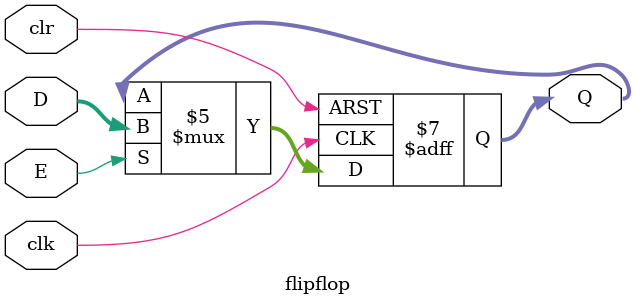
<source format=v>
`timescale 1ns / 1ps

module flipflop(
input wire clk ,
input wire clr ,
input wire [3:0] D ,
input wire E,
output reg [3:0] Q 
);

always @(posedge clk or posedge clr)
        if(clr == 1)
            Q <= 4'b0000;
        else
            begin
                if(E == 1)
                   Q <= D;
                else
                   Q <= Q;
            end
endmodule
</source>
